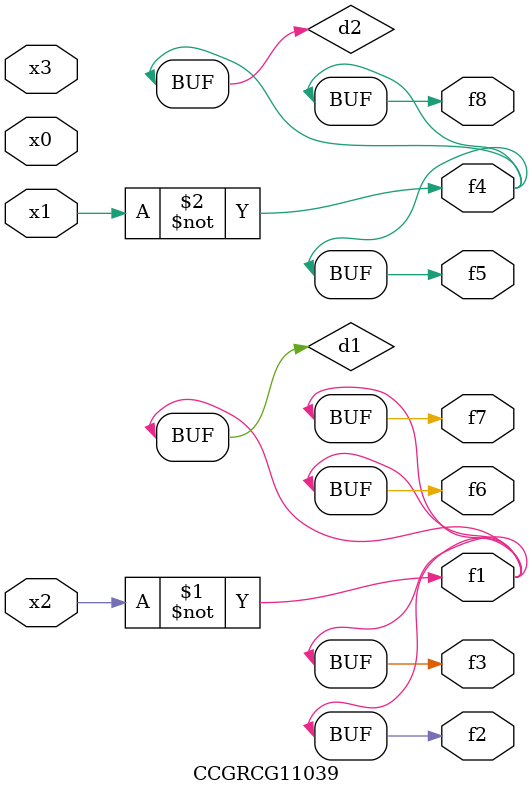
<source format=v>
module CCGRCG11039(
	input x0, x1, x2, x3,
	output f1, f2, f3, f4, f5, f6, f7, f8
);

	wire d1, d2;

	xnor (d1, x2);
	not (d2, x1);
	assign f1 = d1;
	assign f2 = d1;
	assign f3 = d1;
	assign f4 = d2;
	assign f5 = d2;
	assign f6 = d1;
	assign f7 = d1;
	assign f8 = d2;
endmodule

</source>
